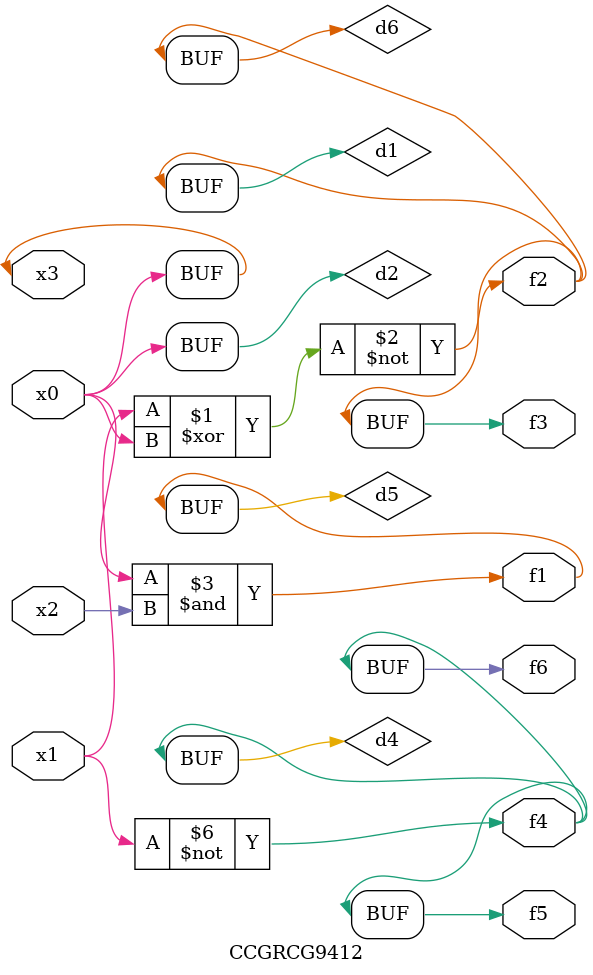
<source format=v>
module CCGRCG9412(
	input x0, x1, x2, x3,
	output f1, f2, f3, f4, f5, f6
);

	wire d1, d2, d3, d4, d5, d6;

	xnor (d1, x1, x3);
	buf (d2, x0, x3);
	nand (d3, x0, x2);
	not (d4, x1);
	nand (d5, d3);
	or (d6, d1);
	assign f1 = d5;
	assign f2 = d6;
	assign f3 = d6;
	assign f4 = d4;
	assign f5 = d4;
	assign f6 = d4;
endmodule

</source>
